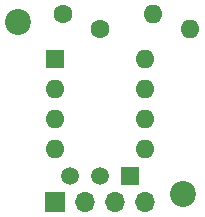
<source format=gbs>
G04 #@! TF.GenerationSoftware,KiCad,Pcbnew,(5.1.9-0-10_14)*
G04 #@! TF.CreationDate,2021-04-22T16:17:37+10:00*
G04 #@! TF.ProjectId,VR-Conditioner-MAX9926+reg,56522d43-6f6e-4646-9974-696f6e65722d,3.6*
G04 #@! TF.SameCoordinates,PX68c4118PY713e7a8*
G04 #@! TF.FileFunction,Soldermask,Bot*
G04 #@! TF.FilePolarity,Negative*
%FSLAX46Y46*%
G04 Gerber Fmt 4.6, Leading zero omitted, Abs format (unit mm)*
G04 Created by KiCad (PCBNEW (5.1.9-0-10_14)) date 2021-04-22 16:17:37*
%MOMM*%
%LPD*%
G01*
G04 APERTURE LIST*
%ADD10O,1.700000X1.700000*%
%ADD11R,1.700000X1.700000*%
%ADD12R,1.500000X1.500000*%
%ADD13C,1.500000*%
%ADD14C,2.200000*%
%ADD15O,1.600000X1.600000*%
%ADD16C,1.600000*%
%ADD17R,1.600000X1.600000*%
G04 APERTURE END LIST*
D10*
G04 #@! TO.C,J2*
X13970000Y2540000D03*
X11430000Y2540000D03*
X8890000Y2540000D03*
D11*
X6350000Y2540000D03*
G04 #@! TD*
D12*
G04 #@! TO.C,U2*
X12700000Y4745000D03*
D13*
X7620000Y4745000D03*
X10160000Y4745000D03*
G04 #@! TD*
D14*
G04 #@! TO.C,H2*
X3175000Y17780000D03*
G04 #@! TD*
G04 #@! TO.C,H1*
X17145000Y3175000D03*
G04 #@! TD*
D15*
G04 #@! TO.C,R23*
X17780000Y17145000D03*
D16*
X10160000Y17145000D03*
G04 #@! TD*
D15*
G04 #@! TO.C,R13*
X14605000Y18415000D03*
D16*
X6985000Y18415000D03*
G04 #@! TD*
D15*
G04 #@! TO.C,J1*
X13970000Y14605000D03*
X6350000Y6985000D03*
X13970000Y12065000D03*
X6350000Y9525000D03*
X13970000Y9525000D03*
X6350000Y12065000D03*
X13970000Y6985000D03*
D17*
X6350000Y14605000D03*
G04 #@! TD*
M02*

</source>
